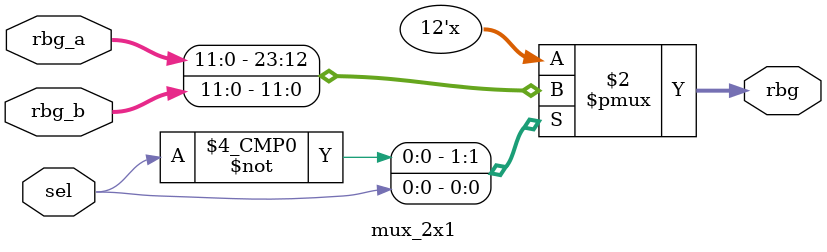
<source format=sv>
`timescale 1ns / 1ps

module VGA_Display_ImgROM (
    input  logic       clk,
    input  logic       reset,
    // input  logic [3:0] sw_red,
    // input  logic [3:0] sw_green,
    // input  logic [3:0] sw_blue,
    // input  logic       sw_mode,
    output logic       h_sync,
    output logic       v_sync,
    output logic [3:0] r_port,
    output logic [3:0] g_port,
    output logic [3:0] b_port,
    input  logic       sw_r,
    input  logic       sw_g,
    input  logic       sw_b
);
    logic pclk;
    logic DE;
    // logic [3:0] sw_r, sw_g, sw_b;
    // logic [3:0] bar_r, bar_g, bar_b;
    logic [9:0] x_pixel, y_pixel;
    logic [16:0] addr;
    logic [15:0] data;
    logic [3:0] i_r, i_g, i_b;

    VGA_Decoder U_VGA_DEC (
        .*,
        .x_pixel(x_pixel),
        .y_pixel(y_pixel)
    );

    imgReader U_IMG_READER (
        .DE    (DE),
        .x     (x_pixel),
        .y     (y_pixel),
        .addr  (addr),
        .data  (data),
        .r_port(i_r),
        .g_port(i_g),
        .b_port(i_b)
    );

    ImgROM U_ImgROM (
        .clk (pclk),  // pclk 을 받아여됨
        .addr(addr),
        .data(data)
    );

    // RGB_OnOff_Filter U_RGB_OnOff_Filter (
    //     .sw_r(sw_r),
    //     .sw_g(sw_g),
    //     .sw_b(sw_b),
    //     .i_r (i_r),
    //     .i_g (i_g),
    //     .i_b (i_b),
    //     .o_r (r_port),
    //     .o_g (g_port),
    //     .o_b (b_port)
    // );

    GrayScaleFilter U_GrayScaleFilter (
        .i_r(i_r),
        .i_g(i_g),
        .i_b(i_b),
        .o_r(r_port),
        .o_g(g_port),
        .o_b(b_port)
    );

    // VGA_RGB_SWITCH U_VGA_RGB_SW (
    //     .*,
    //     .r_port(sw_r),
    //     .g_port(sw_g),
    //     .b_port(sw_b)
    // );

    // VGA_Color_Bar U_VGA_Color_Bar (
    //     .*,
    //     .r_port(bar_r),
    //     .g_port(bar_g),
    //     .b_port(bar_b)
    // );

    // mux_2x1 U_MUX (
    //     .sel  (sw_mode),
    //     .rbg_a({sw_r, sw_g, sw_b}),       // sw color
    //     .rbg_b({bar_r, bar_g, bar_b}),    // color bar
    //     .rbg  ({r_port, g_port, b_port})
    // );
endmodule

module mux_2x1 (
    input  logic        sel,
    input  logic [11:0] rbg_a,
    input  logic [11:0] rbg_b,
    output logic [11:0] rbg
);
    always_comb begin
        case (sel)
            1'b0: rbg = rbg_a;
            1'b1: rbg = rbg_b;
        endcase
    end
endmodule

</source>
